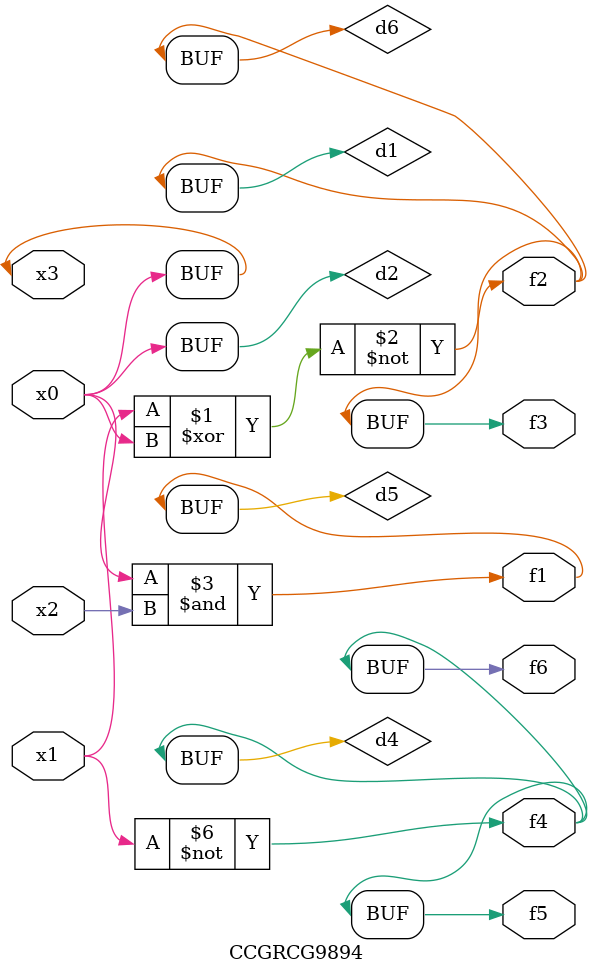
<source format=v>
module CCGRCG9894(
	input x0, x1, x2, x3,
	output f1, f2, f3, f4, f5, f6
);

	wire d1, d2, d3, d4, d5, d6;

	xnor (d1, x1, x3);
	buf (d2, x0, x3);
	nand (d3, x0, x2);
	not (d4, x1);
	nand (d5, d3);
	or (d6, d1);
	assign f1 = d5;
	assign f2 = d6;
	assign f3 = d6;
	assign f4 = d4;
	assign f5 = d4;
	assign f6 = d4;
endmodule

</source>
